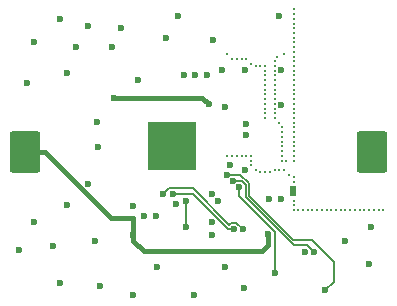
<source format=gbr>
%TF.GenerationSoftware,KiCad,Pcbnew,9.0.3-9.0.3-0~ubuntu24.04.1*%
%TF.CreationDate,2025-07-10T11:07:13-04:00*%
%TF.ProjectId,tire_sensor,74697265-5f73-4656-9e73-6f722e6b6963,rev?*%
%TF.SameCoordinates,Original*%
%TF.FileFunction,Copper,L4,Bot*%
%TF.FilePolarity,Positive*%
%FSLAX46Y46*%
G04 Gerber Fmt 4.6, Leading zero omitted, Abs format (unit mm)*
G04 Created by KiCad (PCBNEW 9.0.3-9.0.3-0~ubuntu24.04.1) date 2025-07-10 11:07:13*
%MOMM*%
%LPD*%
G01*
G04 APERTURE LIST*
G04 Aperture macros list*
%AMRoundRect*
0 Rectangle with rounded corners*
0 $1 Rounding radius*
0 $2 $3 $4 $5 $6 $7 $8 $9 X,Y pos of 4 corners*
0 Add a 4 corners polygon primitive as box body*
4,1,4,$2,$3,$4,$5,$6,$7,$8,$9,$2,$3,0*
0 Add four circle primitives for the rounded corners*
1,1,$1+$1,$2,$3*
1,1,$1+$1,$4,$5*
1,1,$1+$1,$6,$7*
1,1,$1+$1,$8,$9*
0 Add four rect primitives between the rounded corners*
20,1,$1+$1,$2,$3,$4,$5,0*
20,1,$1+$1,$4,$5,$6,$7,0*
20,1,$1+$1,$6,$7,$8,$9,0*
20,1,$1+$1,$8,$9,$2,$3,0*%
G04 Aperture macros list end*
%TA.AperFunction,ComponentPad*%
%ADD10R,0.500000X0.900000*%
%TD*%
%TA.AperFunction,HeatsinkPad*%
%ADD11C,0.500000*%
%TD*%
%TA.AperFunction,HeatsinkPad*%
%ADD12R,4.100000X4.100000*%
%TD*%
%TA.AperFunction,SMDPad,CuDef*%
%ADD13RoundRect,0.200000X-1.100000X-1.550000X1.100000X-1.550000X1.100000X1.550000X-1.100000X1.550000X0*%
%TD*%
%TA.AperFunction,ViaPad*%
%ADD14C,0.600000*%
%TD*%
%TA.AperFunction,ViaPad*%
%ADD15C,0.300000*%
%TD*%
%TA.AperFunction,Conductor*%
%ADD16C,0.400000*%
%TD*%
%TA.AperFunction,Conductor*%
%ADD17C,0.152400*%
%TD*%
G04 APERTURE END LIST*
D10*
%TO.P,AE1,2,Shield*%
%TO.N,GND*%
X90750000Y58400000D03*
%TD*%
D11*
%TO.P,U1,49,GND*%
%TO.N,GND*%
X78730000Y64020000D03*
X78730000Y62820000D03*
X78730000Y61620000D03*
X78730000Y60420000D03*
X79930000Y64020000D03*
X79930000Y62820000D03*
X79930000Y61620000D03*
X79930000Y60420000D03*
D12*
X80530000Y62220000D03*
D11*
X81130000Y64020000D03*
X81130000Y62820000D03*
X81130000Y61620000D03*
X81130000Y60420000D03*
X82330000Y64020000D03*
X82330000Y62820000D03*
X82330000Y61620000D03*
X82330000Y60420000D03*
%TD*%
D13*
%TO.P,BT1,1,+*%
%TO.N,VDD_NRF*%
X68050000Y61750000D03*
%TO.P,BT1,2,-*%
%TO.N,GND*%
X97450000Y61750000D03*
%TD*%
D14*
%TO.N,VDD_NRF*%
X77230000Y54670000D03*
X75630000Y66320000D03*
X68050000Y61750000D03*
X88630000Y54820000D03*
X83630000Y65770000D03*
D15*
%TO.N,GND*%
X97600000Y56800000D03*
X96800000Y56800000D03*
X89200000Y66200000D03*
X90800000Y70200000D03*
X89800000Y61000000D03*
X85200000Y61400000D03*
D14*
X73400000Y72400000D03*
D15*
X93600000Y56800000D03*
X90800000Y67400000D03*
X90800000Y59600000D03*
D14*
X86600000Y50200000D03*
D15*
X90800000Y66200000D03*
D14*
X97400000Y55400000D03*
D15*
X89200000Y69000000D03*
X88400000Y66200000D03*
D14*
X71000000Y50600000D03*
D15*
X90800000Y65400000D03*
X85600000Y61400000D03*
X92400000Y56800000D03*
X90400000Y59800000D03*
X90800000Y64600000D03*
X96000000Y56800000D03*
X89200000Y67400000D03*
X89200000Y65400000D03*
X90800000Y69000000D03*
X87600000Y69000000D03*
X98400000Y56800000D03*
X98000000Y56800000D03*
X90000000Y70000000D03*
X90800000Y63400000D03*
X90800000Y61400000D03*
D14*
X86780000Y64120000D03*
X79200000Y52000000D03*
X89750000Y57750000D03*
D15*
X88400000Y69000000D03*
X90800000Y61000000D03*
X89800000Y63800000D03*
X89600000Y60200000D03*
X90800000Y66600000D03*
X89800000Y62600000D03*
X90200000Y61000000D03*
X94800000Y56800000D03*
X89800000Y61400000D03*
D14*
X95200000Y54200000D03*
X74000000Y54200000D03*
D15*
X88400000Y65000000D03*
X90800000Y57600000D03*
D14*
X68800000Y71000000D03*
X83500000Y68250000D03*
X82400000Y49600000D03*
X89730000Y65670000D03*
D15*
X88400000Y68200000D03*
X86800000Y69600000D03*
D14*
X76200000Y72200000D03*
X74130000Y64228552D03*
D15*
X88400000Y68600000D03*
D14*
X86730000Y60170000D03*
X77630000Y67820000D03*
X82500000Y68250000D03*
X88750000Y57750000D03*
D15*
X90800000Y56800000D03*
D14*
X84730000Y68670000D03*
D15*
X88800000Y60000000D03*
X87200000Y69200000D03*
X86000000Y69600000D03*
D14*
X85000000Y52000000D03*
D15*
X90800000Y70600000D03*
X94400000Y56800000D03*
D14*
X89730000Y68670000D03*
D15*
X90800000Y65800000D03*
X86000000Y61400000D03*
D14*
X70400000Y53800000D03*
D15*
X90800000Y59200000D03*
X89200000Y67000000D03*
X90800000Y63800000D03*
X93200000Y56800000D03*
X89400000Y69800000D03*
X85200000Y70000000D03*
X90800000Y71000000D03*
X88400000Y67000000D03*
X90800000Y68200000D03*
X90800000Y62600000D03*
X90800000Y73000000D03*
X97200000Y56800000D03*
X89200000Y65000000D03*
X90800000Y69800000D03*
X87200000Y61400000D03*
X92000000Y56800000D03*
X90800000Y65000000D03*
X89800000Y63400000D03*
X89800000Y62200000D03*
X90800000Y68600000D03*
X92800000Y56800000D03*
D14*
X71000000Y73000000D03*
D15*
X87200000Y60600000D03*
D14*
X77200000Y49600000D03*
X84000000Y71200000D03*
D15*
X90800000Y73400000D03*
D14*
X77230000Y57170000D03*
D15*
X88400000Y65400000D03*
D14*
X78130000Y56320000D03*
X67600000Y53400000D03*
D15*
X88400000Y60000000D03*
D14*
X71600000Y57200000D03*
D15*
X95600000Y56800000D03*
X90800000Y72200000D03*
D14*
X81500000Y68250000D03*
D15*
X89600000Y64200000D03*
X90800000Y71400000D03*
D14*
X79130000Y56320000D03*
X73380000Y59020000D03*
X71600000Y68400000D03*
X85400000Y60600000D03*
D15*
X90800000Y69400000D03*
X88000000Y60000000D03*
D14*
X89600000Y73200000D03*
D15*
X90800000Y71800000D03*
X94000000Y56800000D03*
X90800000Y63000000D03*
X91600000Y56800000D03*
X85600000Y69600000D03*
X96400000Y56800000D03*
X90800000Y62200000D03*
X87200000Y61000000D03*
D14*
X75400000Y70600000D03*
D15*
X95200000Y56800000D03*
D14*
X68800000Y55800000D03*
X81000000Y73200000D03*
D15*
X90800000Y72600000D03*
D14*
X80000000Y71400000D03*
D15*
X90000000Y60200000D03*
X88000000Y69000000D03*
D14*
X85000000Y65500000D03*
D15*
X90800000Y67000000D03*
D14*
X84380000Y57570000D03*
D15*
X86800000Y61400000D03*
D14*
X86730000Y68670000D03*
D15*
X89200000Y68200000D03*
X89800000Y63000000D03*
X91200000Y56800000D03*
X89200000Y66600000D03*
X88400000Y67400000D03*
X88400000Y65800000D03*
X89200000Y69400000D03*
X89200000Y60200000D03*
X88400000Y64600000D03*
X89800000Y61800000D03*
X90800000Y73800000D03*
X89200000Y68600000D03*
X90800000Y64200000D03*
D14*
X97200000Y52200000D03*
D15*
X88400000Y67800000D03*
D14*
X72400000Y70600000D03*
D15*
X86400000Y69600000D03*
X90800000Y57200000D03*
D14*
X91750000Y53250000D03*
X74230000Y62170000D03*
D15*
X89200000Y65800000D03*
X86400000Y61400000D03*
X90800000Y61800000D03*
X90800000Y67800000D03*
D14*
X74400000Y50400000D03*
D15*
X89200000Y64600000D03*
X89200000Y67800000D03*
X87600000Y60200000D03*
X88400000Y66600000D03*
D14*
X86780000Y63120000D03*
X68200000Y67600000D03*
%TO.N,/SWCLK*%
X85694058Y59255942D03*
X92507080Y53257080D03*
%TO.N,/nRESET*%
X86226087Y58723913D03*
X89250000Y51500000D03*
%TO.N,/SWDIO*%
X93500000Y50000000D03*
X85192703Y59813748D03*
%TO.N,/SDO*%
X81671956Y55342419D03*
X81671956Y57570000D03*
X83880000Y54720000D03*
%TO.N,/CS_DPS368*%
X80880000Y57320000D03*
%TO.N,/SDI*%
X83880000Y55765400D03*
%TO.N,/SCK*%
X83880000Y58170000D03*
%TO.N,/INT_LIS3DHTR*%
X86482403Y55170000D03*
X79730000Y58170000D03*
%TO.N,/CS_LIS3DHTR*%
X80601400Y58170000D03*
X85730000Y55170000D03*
%TD*%
D16*
%TO.N,VDD_NRF*%
X75309346Y56170000D02*
X69729346Y61750000D01*
X88630000Y53820000D02*
X88630000Y54820000D01*
X77230000Y56170000D02*
X77230000Y54670000D01*
X75630000Y66320000D02*
X83080000Y66320000D01*
X69729346Y61750000D02*
X68050000Y61750000D01*
X83080000Y66320000D02*
X83630000Y65770000D01*
X77230000Y54220000D02*
X78130000Y53320000D01*
X77230000Y54670000D02*
X77230000Y54220000D01*
X78130000Y53320000D02*
X88130000Y53320000D01*
X77230000Y56170000D02*
X75309346Y56170000D01*
X88130000Y53320000D02*
X88630000Y53820000D01*
D17*
%TO.N,/SWCLK*%
X91951837Y53812323D02*
X92507080Y53257080D01*
X86753287Y58942287D02*
X86753287Y58003287D01*
X86753287Y58003287D02*
X86750000Y58000000D01*
X86750000Y58000000D02*
X86750000Y57874646D01*
X85694058Y59255942D02*
X86439632Y59255942D01*
X90812323Y53812323D02*
X91951837Y53812323D01*
X86750000Y57874646D02*
X90812323Y53812323D01*
X86439632Y59255942D02*
X86753287Y58942287D01*
%TO.N,/nRESET*%
X86226087Y57969487D02*
X86226087Y58723913D01*
X89250000Y54945574D02*
X86226087Y57969487D01*
X89250000Y51500000D02*
X89250000Y54945574D01*
%TO.N,/SWDIO*%
X92365387Y54276859D02*
X90776859Y54276859D01*
X90776859Y54276859D02*
X87056687Y57997031D01*
X94250000Y52392246D02*
X92365387Y54276859D01*
X87056687Y59067959D02*
X86310898Y59813748D01*
X93500000Y50000000D02*
X94250000Y50750000D01*
X87056687Y57997031D02*
X87056687Y59067959D01*
X86310898Y59813748D02*
X85192703Y59813748D01*
X94250000Y50750000D02*
X94250000Y52392246D01*
%TO.N,/SDO*%
X81671956Y57570000D02*
X81671956Y55342419D01*
%TO.N,/INT_LIS3DHTR*%
X85380000Y55570000D02*
X85507200Y55697200D01*
X79730000Y58170000D02*
X80257200Y58697200D01*
X80257200Y58697200D02*
X82252800Y58697200D01*
X85507200Y55697200D02*
X85955203Y55697200D01*
X85955203Y55697200D02*
X86482403Y55170000D01*
X82252800Y58697200D02*
X85380000Y55570000D01*
%TO.N,/CS_LIS3DHTR*%
X85280000Y55170000D02*
X85730000Y55170000D01*
X82280000Y58170000D02*
X85280000Y55170000D01*
X80601400Y58170000D02*
X82280000Y58170000D01*
X80601400Y58170000D02*
X80701400Y58070000D01*
%TD*%
M02*

</source>
